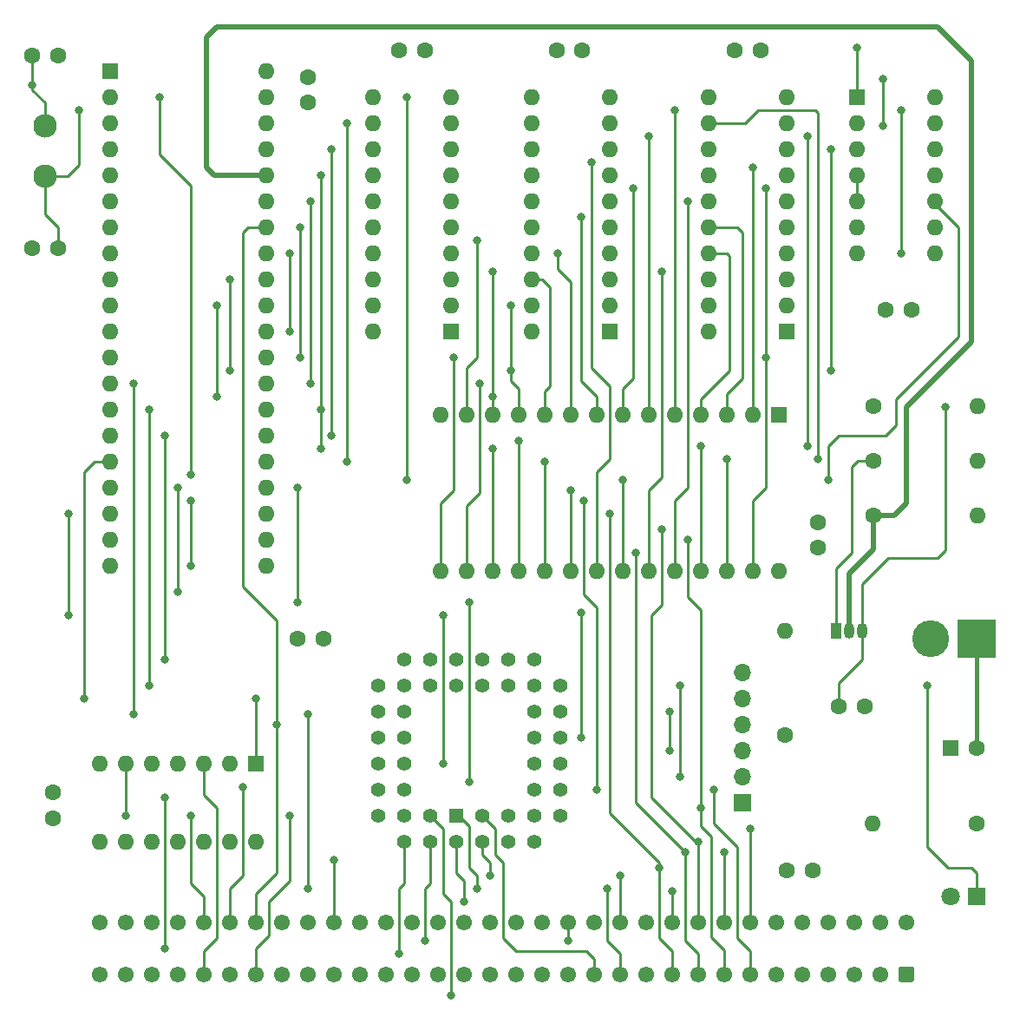
<source format=gbl>
G04 #@! TF.GenerationSoftware,KiCad,Pcbnew,(5.1.10)-1*
G04 #@! TF.CreationDate,2021-08-18T14:18:43+01:00*
G04 #@! TF.ProjectId,GfxTMS9918,47667854-4d53-4393-9931-382e6b696361,rev?*
G04 #@! TF.SameCoordinates,Original*
G04 #@! TF.FileFunction,Copper,L4,Bot*
G04 #@! TF.FilePolarity,Positive*
%FSLAX46Y46*%
G04 Gerber Fmt 4.6, Leading zero omitted, Abs format (unit mm)*
G04 Created by KiCad (PCBNEW (5.1.10)-1) date 2021-08-18 14:18:43*
%MOMM*%
%LPD*%
G01*
G04 APERTURE LIST*
G04 #@! TA.AperFunction,ComponentPad*
%ADD10C,2.300000*%
G04 #@! TD*
G04 #@! TA.AperFunction,ComponentPad*
%ADD11O,1.600000X1.600000*%
G04 #@! TD*
G04 #@! TA.AperFunction,ComponentPad*
%ADD12R,1.600000X1.600000*%
G04 #@! TD*
G04 #@! TA.AperFunction,ComponentPad*
%ADD13C,1.422400*%
G04 #@! TD*
G04 #@! TA.AperFunction,ComponentPad*
%ADD14R,1.422400X1.422400*%
G04 #@! TD*
G04 #@! TA.AperFunction,ComponentPad*
%ADD15C,1.600000*%
G04 #@! TD*
G04 #@! TA.AperFunction,ComponentPad*
%ADD16R,1.050000X1.500000*%
G04 #@! TD*
G04 #@! TA.AperFunction,ComponentPad*
%ADD17O,1.050000X1.500000*%
G04 #@! TD*
G04 #@! TA.AperFunction,ComponentPad*
%ADD18C,3.600000*%
G04 #@! TD*
G04 #@! TA.AperFunction,ComponentPad*
%ADD19R,3.765000X3.765000*%
G04 #@! TD*
G04 #@! TA.AperFunction,ComponentPad*
%ADD20O,1.700000X1.700000*%
G04 #@! TD*
G04 #@! TA.AperFunction,ComponentPad*
%ADD21R,1.700000X1.700000*%
G04 #@! TD*
G04 #@! TA.AperFunction,ComponentPad*
%ADD22C,1.550000*%
G04 #@! TD*
G04 #@! TA.AperFunction,ComponentPad*
%ADD23C,1.800000*%
G04 #@! TD*
G04 #@! TA.AperFunction,ComponentPad*
%ADD24R,1.800000X1.800000*%
G04 #@! TD*
G04 #@! TA.AperFunction,ViaPad*
%ADD25C,0.800000*%
G04 #@! TD*
G04 #@! TA.AperFunction,Conductor*
%ADD26C,0.250000*%
G04 #@! TD*
G04 #@! TA.AperFunction,Conductor*
%ADD27C,0.400000*%
G04 #@! TD*
G04 #@! TA.AperFunction,Conductor*
%ADD28C,0.500000*%
G04 #@! TD*
G04 APERTURE END LIST*
D10*
X105156000Y-56896000D03*
X105156000Y-61796000D03*
D11*
X176784000Y-100330000D03*
X143764000Y-85090000D03*
X174244000Y-100330000D03*
X146304000Y-85090000D03*
X171704000Y-100330000D03*
X148844000Y-85090000D03*
X169164000Y-100330000D03*
X151384000Y-85090000D03*
X166624000Y-100330000D03*
X153924000Y-85090000D03*
X164084000Y-100330000D03*
X156464000Y-85090000D03*
X161544000Y-100330000D03*
X159004000Y-85090000D03*
X159004000Y-100330000D03*
X161544000Y-85090000D03*
X156464000Y-100330000D03*
X164084000Y-85090000D03*
X153924000Y-100330000D03*
X166624000Y-85090000D03*
X151384000Y-100330000D03*
X169164000Y-85090000D03*
X148844000Y-100330000D03*
X171704000Y-85090000D03*
X146304000Y-100330000D03*
X174244000Y-85090000D03*
X143764000Y-100330000D03*
D12*
X176784000Y-85090000D03*
D11*
X137160000Y-76962000D03*
X144780000Y-54102000D03*
X137160000Y-74422000D03*
X144780000Y-56642000D03*
X137160000Y-71882000D03*
X144780000Y-59182000D03*
X137160000Y-69342000D03*
X144780000Y-61722000D03*
X137160000Y-66802000D03*
X144780000Y-64262000D03*
X137160000Y-64262000D03*
X144780000Y-66802000D03*
X137160000Y-61722000D03*
X144780000Y-69342000D03*
X137160000Y-59182000D03*
X144780000Y-71882000D03*
X137160000Y-56642000D03*
X144780000Y-74422000D03*
X137160000Y-54102000D03*
D12*
X144780000Y-76962000D03*
D11*
X169926000Y-76962000D03*
X177546000Y-54102000D03*
X169926000Y-74422000D03*
X177546000Y-56642000D03*
X169926000Y-71882000D03*
X177546000Y-59182000D03*
X169926000Y-69342000D03*
X177546000Y-61722000D03*
X169926000Y-66802000D03*
X177546000Y-64262000D03*
X169926000Y-64262000D03*
X177546000Y-66802000D03*
X169926000Y-61722000D03*
X177546000Y-69342000D03*
X169926000Y-59182000D03*
X177546000Y-71882000D03*
X169926000Y-56642000D03*
X177546000Y-74422000D03*
X169926000Y-54102000D03*
D12*
X177546000Y-76962000D03*
D11*
X152654000Y-76962000D03*
X160274000Y-54102000D03*
X152654000Y-74422000D03*
X160274000Y-56642000D03*
X152654000Y-71882000D03*
X160274000Y-59182000D03*
X152654000Y-69342000D03*
X160274000Y-61722000D03*
X152654000Y-66802000D03*
X160274000Y-64262000D03*
X152654000Y-64262000D03*
X160274000Y-66802000D03*
X152654000Y-61722000D03*
X160274000Y-69342000D03*
X152654000Y-59182000D03*
X160274000Y-71882000D03*
X152654000Y-56642000D03*
X160274000Y-74422000D03*
X152654000Y-54102000D03*
D12*
X160274000Y-76962000D03*
D11*
X126746000Y-51562000D03*
X111506000Y-99822000D03*
X126746000Y-54102000D03*
X111506000Y-97282000D03*
X126746000Y-56642000D03*
X111506000Y-94742000D03*
X126746000Y-59182000D03*
X111506000Y-92202000D03*
X126746000Y-61722000D03*
X111506000Y-89662000D03*
X126746000Y-64262000D03*
X111506000Y-87122000D03*
X126746000Y-66802000D03*
X111506000Y-84582000D03*
X126746000Y-69342000D03*
X111506000Y-82042000D03*
X126746000Y-71882000D03*
X111506000Y-79502000D03*
X126746000Y-74422000D03*
X111506000Y-76962000D03*
X126746000Y-76962000D03*
X111506000Y-74422000D03*
X126746000Y-79502000D03*
X111506000Y-71882000D03*
X126746000Y-82042000D03*
X111506000Y-69342000D03*
X126746000Y-84582000D03*
X111506000Y-66802000D03*
X126746000Y-87122000D03*
X111506000Y-64262000D03*
X126746000Y-89662000D03*
X111506000Y-61722000D03*
X126746000Y-92202000D03*
X111506000Y-59182000D03*
X126746000Y-94742000D03*
X111506000Y-56642000D03*
X126746000Y-97282000D03*
X111506000Y-54102000D03*
X126746000Y-99822000D03*
D12*
X111506000Y-51562000D03*
D11*
X192024000Y-54102000D03*
X184404000Y-69342000D03*
X192024000Y-56642000D03*
X184404000Y-66802000D03*
X192024000Y-59182000D03*
X184404000Y-64262000D03*
X192024000Y-61722000D03*
X184404000Y-61722000D03*
X192024000Y-64262000D03*
X184404000Y-59182000D03*
X192024000Y-66802000D03*
X184404000Y-56642000D03*
X192024000Y-69342000D03*
D12*
X184404000Y-54102000D03*
D13*
X137668000Y-124206000D03*
X137668000Y-121666000D03*
X137668000Y-119126000D03*
X137668000Y-116586000D03*
X137668000Y-114046000D03*
X140208000Y-126746000D03*
X140208000Y-121666000D03*
X140208000Y-119126000D03*
X140208000Y-116586000D03*
X140208000Y-114046000D03*
X140208000Y-111506000D03*
X140208000Y-108966000D03*
X142748000Y-108966000D03*
X145288000Y-108966000D03*
X147828000Y-108966000D03*
X150368000Y-108966000D03*
X152908000Y-108966000D03*
X137668000Y-111506000D03*
X142748000Y-111506000D03*
X145288000Y-111506000D03*
X147828000Y-111506000D03*
X150368000Y-111506000D03*
X152908000Y-111506000D03*
X155448000Y-111506000D03*
X155448000Y-114046000D03*
X155448000Y-116586000D03*
X155448000Y-119126000D03*
X155448000Y-121666000D03*
X155448000Y-124206000D03*
X152908000Y-114046000D03*
X152908000Y-116586000D03*
X152908000Y-119126000D03*
X152908000Y-121666000D03*
X152908000Y-124206000D03*
X142748000Y-126746000D03*
X145288000Y-126746000D03*
X152908000Y-126746000D03*
X150368000Y-126746000D03*
X147828000Y-126746000D03*
X140208000Y-124206000D03*
X142748000Y-124206000D03*
X150368000Y-124206000D03*
X147828000Y-124206000D03*
D14*
X145288000Y-124206000D03*
D11*
X125730000Y-126746000D03*
X110490000Y-119126000D03*
X123190000Y-126746000D03*
X113030000Y-119126000D03*
X120650000Y-126746000D03*
X115570000Y-119126000D03*
X118110000Y-126746000D03*
X118110000Y-119126000D03*
X115570000Y-126746000D03*
X120650000Y-119126000D03*
X113030000Y-126746000D03*
X123190000Y-119126000D03*
X110490000Y-126746000D03*
D12*
X125730000Y-119126000D03*
D11*
X177419000Y-106172000D03*
D15*
X177419000Y-116332000D03*
D11*
X196193000Y-89535000D03*
D15*
X186033000Y-89535000D03*
D11*
X196193000Y-94869000D03*
D15*
X186033000Y-94869000D03*
D11*
X185928000Y-124968000D03*
D15*
X196088000Y-124968000D03*
D16*
X182372000Y-106172000D03*
D17*
X184912000Y-106172000D03*
X183642000Y-106172000D03*
D18*
X191588000Y-106934000D03*
D19*
X196088000Y-106934000D03*
D20*
X173228000Y-110236000D03*
X173228000Y-112776000D03*
X173228000Y-115316000D03*
X173228000Y-117856000D03*
X173228000Y-120396000D03*
D21*
X173228000Y-122936000D03*
D22*
X110484000Y-134592000D03*
X113024000Y-134592000D03*
X115564000Y-134592000D03*
X118104000Y-134592000D03*
X120644000Y-134592000D03*
X123184000Y-134592000D03*
X125724000Y-134592000D03*
X128264000Y-134592000D03*
X130804000Y-134592000D03*
X133344000Y-134592000D03*
X135884000Y-134592000D03*
X138424000Y-134592000D03*
X140964000Y-134592000D03*
X143504000Y-134592000D03*
X146044000Y-134592000D03*
X148584000Y-134592000D03*
X151124000Y-134592000D03*
X153664000Y-134592000D03*
X156204000Y-134592000D03*
X158744000Y-134592000D03*
X161284000Y-134592000D03*
X163824000Y-134592000D03*
X166364000Y-134592000D03*
X168904000Y-134592000D03*
X171444000Y-134592000D03*
X173984000Y-134592000D03*
X176524000Y-134592000D03*
X179064000Y-134592000D03*
X181604000Y-134592000D03*
X184144000Y-134592000D03*
X186684000Y-134592000D03*
X189224000Y-134592000D03*
X110484000Y-139672000D03*
X113024000Y-139672000D03*
X115564000Y-139672000D03*
X118104000Y-139672000D03*
X120644000Y-139672000D03*
X123184000Y-139672000D03*
X125724000Y-139672000D03*
X128264000Y-139672000D03*
X130804000Y-139672000D03*
X133344000Y-139672000D03*
X135884000Y-139672000D03*
X138424000Y-139672000D03*
X140964000Y-139672000D03*
X143504000Y-139672000D03*
X146044000Y-139672000D03*
X148584000Y-139672000D03*
X151124000Y-139672000D03*
X153664000Y-139672000D03*
X156204000Y-139672000D03*
X158744000Y-139672000D03*
X161284000Y-139672000D03*
X163824000Y-139672000D03*
X166364000Y-139672000D03*
X168904000Y-139672000D03*
X171444000Y-139672000D03*
X173984000Y-139672000D03*
X176524000Y-139672000D03*
X179064000Y-139672000D03*
X181604000Y-139672000D03*
X184144000Y-139672000D03*
X186684000Y-139672000D03*
G04 #@! TA.AperFunction,ComponentPad*
G36*
G01*
X189999000Y-139146999D02*
X189999000Y-140197001D01*
G75*
G02*
X189749001Y-140447000I-249999J0D01*
G01*
X188698999Y-140447000D01*
G75*
G02*
X188449000Y-140197001I0J249999D01*
G01*
X188449000Y-139146999D01*
G75*
G02*
X188698999Y-138897000I249999J0D01*
G01*
X189749001Y-138897000D01*
G75*
G02*
X189999000Y-139146999I0J-249999D01*
G01*
G37*
G04 #@! TD.AperFunction*
D11*
X196215000Y-84201000D03*
D15*
X186055000Y-84201000D03*
D23*
X193548000Y-132080000D03*
D24*
X196088000Y-132080000D03*
D15*
X180594000Y-98044000D03*
X180594000Y-95544000D03*
X130810000Y-54610000D03*
X130810000Y-52110000D03*
X175006000Y-49530000D03*
X172506000Y-49530000D03*
X196048000Y-117602000D03*
D12*
X193548000Y-117602000D03*
D15*
X182666000Y-113538000D03*
X185166000Y-113538000D03*
X142240000Y-49530000D03*
X139740000Y-49530000D03*
X187198000Y-74803000D03*
X189698000Y-74803000D03*
X157607000Y-49530000D03*
X155107000Y-49530000D03*
X106426000Y-50038000D03*
X103926000Y-50038000D03*
X103926000Y-68834000D03*
X106426000Y-68834000D03*
X129834000Y-106934000D03*
X132334000Y-106934000D03*
X177586000Y-129540000D03*
X180086000Y-129540000D03*
X105918000Y-121920000D03*
X105918000Y-124420000D03*
D25*
X108458000Y-55372000D03*
X103926000Y-52872000D03*
X193040000Y-84328010D03*
X191262000Y-111506000D03*
X119380000Y-124206000D03*
X113030000Y-124206000D03*
X124460000Y-121412000D03*
X127762000Y-115316000D03*
X133350000Y-128524000D03*
X142240000Y-136398000D03*
X156210000Y-136398000D03*
X146050000Y-132588000D03*
X148590000Y-130048000D03*
X161290000Y-130048000D03*
X166370000Y-131572000D03*
X146558000Y-103378000D03*
X129794000Y-103378000D03*
X129794000Y-92202000D03*
X146558000Y-120904000D03*
X168910000Y-126746000D03*
X165354000Y-96266000D03*
X171450000Y-127762000D03*
X159004000Y-121666000D03*
X157734000Y-93472000D03*
X119380000Y-93472000D03*
X119380000Y-99822000D03*
X173990000Y-125476000D03*
X144018000Y-104648000D03*
X107442000Y-104648000D03*
X107442000Y-94742000D03*
X144018000Y-119126000D03*
X116840000Y-122428000D03*
X116840000Y-137160000D03*
X129032000Y-124206000D03*
X139700000Y-137668000D03*
X144780000Y-141732000D03*
X147320000Y-131318000D03*
X160020000Y-131318000D03*
X130810000Y-131318000D03*
X130810000Y-114300000D03*
X113792000Y-82042000D03*
X113792000Y-114300000D03*
X165100000Y-129286000D03*
X160274000Y-94742000D03*
X167640000Y-127762000D03*
X162814000Y-98552000D03*
X169164000Y-123444000D03*
X167894000Y-97282000D03*
X170434000Y-121666000D03*
X157480000Y-116586000D03*
X118110000Y-102362000D03*
X118110000Y-92202000D03*
X157480000Y-104394000D03*
X166116000Y-114046000D03*
X166116000Y-117856000D03*
X167132000Y-111506000D03*
X167132000Y-120396000D03*
X108966000Y-112776000D03*
X125730000Y-112776000D03*
X116840000Y-108966000D03*
X116840000Y-87122000D03*
X115316000Y-111506000D03*
X115316000Y-84582000D03*
X175514000Y-79502000D03*
X175514000Y-62992000D03*
X161544000Y-91440000D03*
X140462000Y-91440000D03*
X140462000Y-54102000D03*
X181610000Y-91440000D03*
X156464000Y-92456000D03*
X119380000Y-90932000D03*
X116332000Y-54102000D03*
X181864000Y-80772000D03*
X181864000Y-59182000D03*
X186944000Y-52324000D03*
X186944000Y-56896000D03*
X188722000Y-55372000D03*
X188722012Y-69342000D03*
X184404000Y-49276000D03*
X150622000Y-74422000D03*
X123190000Y-71882000D03*
X123190000Y-80772000D03*
X150622000Y-80772010D03*
X148844000Y-71120000D03*
X121920000Y-74422000D03*
X121920000Y-83312000D03*
X148844000Y-83312000D03*
X147320000Y-68072000D03*
X129032000Y-76962000D03*
X129032000Y-69342000D03*
X130048000Y-79502000D03*
X130048000Y-66802000D03*
X145034000Y-79502000D03*
X131064000Y-82042000D03*
X131064000Y-64262000D03*
X147574000Y-82042000D03*
X132080000Y-84582000D03*
X132080000Y-61722000D03*
X132080000Y-88392000D03*
X148844000Y-88392000D03*
X133096000Y-87122000D03*
X133096000Y-59182000D03*
X151384000Y-87630000D03*
X153924000Y-89662000D03*
X134620000Y-56642000D03*
X134620000Y-89662000D03*
X155194000Y-69342000D03*
X157480000Y-65786000D03*
X162560000Y-62992000D03*
X158496000Y-60452000D03*
X164084000Y-57912000D03*
X166624000Y-55372000D03*
X165354000Y-71120000D03*
X167894000Y-64262000D03*
X174244000Y-60960000D03*
X179578000Y-57912000D03*
X179578000Y-88138000D03*
X169164000Y-88138000D03*
X180594000Y-89408000D03*
X171704000Y-89408000D03*
D26*
X108458000Y-55372000D02*
X108458000Y-60706000D01*
X107368000Y-61796000D02*
X105156000Y-61796000D01*
X108458000Y-60706000D02*
X107368000Y-61796000D01*
X106426000Y-68834000D02*
X106426000Y-66802000D01*
X105156000Y-65532000D02*
X105156000Y-61796000D01*
X106426000Y-66802000D02*
X105156000Y-65532000D01*
X105156000Y-56896000D02*
X105156000Y-54610000D01*
X105156000Y-54610000D02*
X103926000Y-53380000D01*
X103926000Y-52872000D02*
X103926000Y-50038000D01*
X103926000Y-53380000D02*
X103926000Y-52872000D01*
X184912000Y-106172000D02*
X184912000Y-101600000D01*
X184912000Y-101600000D02*
X187452000Y-99060000D01*
X187452000Y-99060000D02*
X192278000Y-99060000D01*
X193040000Y-98298000D02*
X193040000Y-97790000D01*
X192278000Y-99060000D02*
X193040000Y-98298000D01*
X193040000Y-97790000D02*
X193040000Y-84328010D01*
X193040000Y-98044000D02*
X193040000Y-97790000D01*
X184912000Y-106172000D02*
X184912000Y-108966000D01*
X182666000Y-111212000D02*
X182666000Y-113538000D01*
X184912000Y-108966000D02*
X182666000Y-111212000D01*
X196048000Y-106974000D02*
X196088000Y-106934000D01*
D27*
X196048000Y-117602000D02*
X196048000Y-106974000D01*
D26*
X191262000Y-111506000D02*
X191262000Y-127254000D01*
X191262000Y-127254000D02*
X193294000Y-129286000D01*
X193294000Y-129286000D02*
X195580000Y-129286000D01*
X196088000Y-129794000D02*
X196088000Y-132080000D01*
X195580000Y-129286000D02*
X196088000Y-129794000D01*
X120644000Y-134592000D02*
X120644000Y-132074000D01*
X119380000Y-130810000D02*
X119380000Y-124206000D01*
X120644000Y-132074000D02*
X119380000Y-130810000D01*
X113030000Y-124206000D02*
X113030000Y-119126000D01*
X123184000Y-134592000D02*
X123184000Y-131324000D01*
X124460000Y-130048000D02*
X124460000Y-121412000D01*
X123184000Y-131324000D02*
X124460000Y-130048000D01*
X125724000Y-131832000D02*
X125724000Y-134592000D01*
X127762000Y-129794000D02*
X125724000Y-131832000D01*
X127762000Y-115316000D02*
X127762000Y-117348000D01*
X127762000Y-117348000D02*
X127762000Y-129794000D01*
X124968000Y-66802000D02*
X126746000Y-66802000D01*
X124460000Y-67310000D02*
X124968000Y-66802000D01*
X124460000Y-101854000D02*
X124460000Y-67310000D01*
X127762000Y-105156000D02*
X124460000Y-101854000D01*
X127762000Y-117348000D02*
X127762000Y-105156000D01*
X133350000Y-134586000D02*
X133344000Y-134592000D01*
X133350000Y-128524000D02*
X133350000Y-134586000D01*
X142748000Y-126746000D02*
X142748000Y-130810000D01*
X142240000Y-131318000D02*
X142240000Y-136398000D01*
X142748000Y-130810000D02*
X142240000Y-131318000D01*
X156210000Y-134598000D02*
X156204000Y-134592000D01*
X156210000Y-136398000D02*
X156210000Y-134598000D01*
X145288000Y-126746000D02*
X145288000Y-129794000D01*
X146050000Y-130556000D02*
X146050000Y-132588000D01*
X145288000Y-129794000D02*
X146050000Y-130556000D01*
X147828000Y-126746000D02*
X147828000Y-128016000D01*
X148590000Y-128778000D02*
X148590000Y-130048000D01*
X147828000Y-128016000D02*
X148590000Y-128778000D01*
X161290000Y-134586000D02*
X161284000Y-134592000D01*
X161290000Y-130048000D02*
X161290000Y-134586000D01*
X166370000Y-134586000D02*
X166364000Y-134592000D01*
X129794000Y-103378000D02*
X129794000Y-92202000D01*
X166370000Y-131572000D02*
X166370000Y-132334000D01*
X166370000Y-132334000D02*
X166370000Y-134586000D01*
X146558000Y-120904000D02*
X146558000Y-119380000D01*
X146558000Y-103378000D02*
X146558000Y-119380000D01*
X168910000Y-134586000D02*
X168904000Y-134592000D01*
X168910000Y-128778000D02*
X168910000Y-127000000D01*
X168910000Y-126746000D02*
X168910000Y-128778000D01*
X168910000Y-128778000D02*
X168910000Y-134586000D01*
X168910000Y-127000000D02*
X164338000Y-122428000D01*
X164338000Y-122428000D02*
X164338000Y-104648000D01*
X165354000Y-103632000D02*
X165354000Y-96266000D01*
X164338000Y-104648000D02*
X165354000Y-103632000D01*
X171450000Y-134586000D02*
X171444000Y-134592000D01*
X171450000Y-127762000D02*
X171450000Y-134586000D01*
X119380000Y-93472000D02*
X119380000Y-99822000D01*
X157734000Y-102616000D02*
X157734000Y-93472000D01*
X159004000Y-103886000D02*
X157734000Y-102616000D01*
X159004000Y-121666000D02*
X159004000Y-103886000D01*
X173990000Y-134586000D02*
X173984000Y-134592000D01*
X173990000Y-125476000D02*
X173990000Y-134586000D01*
X107442000Y-104648000D02*
X107442000Y-94742000D01*
X144018000Y-104648000D02*
X144018000Y-119126000D01*
X120644000Y-137420000D02*
X120644000Y-139672000D01*
X121920000Y-136144000D02*
X120644000Y-137420000D01*
X121920000Y-123444000D02*
X121920000Y-136144000D01*
X120650000Y-122174000D02*
X121920000Y-123444000D01*
X120650000Y-119126000D02*
X120650000Y-122174000D01*
X116840000Y-122428000D02*
X116840000Y-137160000D01*
X125724000Y-137166000D02*
X125724000Y-139672000D01*
X127000000Y-135890000D02*
X125724000Y-137166000D01*
X129032000Y-130556000D02*
X127000000Y-132588000D01*
X127000000Y-132588000D02*
X127000000Y-135890000D01*
X129032000Y-124206000D02*
X129032000Y-130556000D01*
X140208000Y-126746000D02*
X140208000Y-130810000D01*
X139700000Y-131318000D02*
X139700000Y-137668000D01*
X140208000Y-130810000D02*
X139700000Y-131318000D01*
X142748000Y-124206000D02*
X144018000Y-125476000D01*
X144018000Y-125476000D02*
X144018000Y-131826000D01*
X144780000Y-132588000D02*
X144780000Y-141732000D01*
X144018000Y-131826000D02*
X144780000Y-132588000D01*
X147828000Y-124206000D02*
X149098000Y-125476000D01*
X149098000Y-125476000D02*
X149098000Y-128016000D01*
X149098000Y-128016000D02*
X149860000Y-128778000D01*
X149860000Y-128778000D02*
X149860000Y-136144000D01*
X149860000Y-136144000D02*
X151130000Y-137414000D01*
X151130000Y-137414000D02*
X157988000Y-137414000D01*
X158744000Y-138170000D02*
X158744000Y-139672000D01*
X157988000Y-137414000D02*
X158744000Y-138170000D01*
X145288000Y-124206000D02*
X145542000Y-124206000D01*
X145542000Y-124206000D02*
X146558000Y-125222000D01*
X146558000Y-125222000D02*
X146558000Y-129286000D01*
X147320000Y-130048000D02*
X147320000Y-131318000D01*
X146558000Y-129286000D02*
X147320000Y-130048000D01*
X161284000Y-137662000D02*
X160020000Y-136398000D01*
X160020000Y-136398000D02*
X160020000Y-131318000D01*
X161284000Y-139672000D02*
X161284000Y-137662000D01*
X130810000Y-131318000D02*
X130810000Y-114300000D01*
X113792000Y-82042000D02*
X113792000Y-114300000D01*
X166364000Y-137408000D02*
X166364000Y-139672000D01*
X165100000Y-136144000D02*
X166364000Y-137408000D01*
X165100000Y-130302000D02*
X165100000Y-128778000D01*
X165100000Y-129286000D02*
X165100000Y-130302000D01*
X165100000Y-130302000D02*
X165100000Y-136144000D01*
X165100000Y-128778000D02*
X160274000Y-123952000D01*
X160274000Y-123952000D02*
X160274000Y-94742000D01*
X168904000Y-137662000D02*
X167640000Y-136398000D01*
X168904000Y-139672000D02*
X168904000Y-137662000D01*
X167640000Y-136398000D02*
X167640000Y-129032000D01*
X167640000Y-129032000D02*
X167640000Y-127762000D01*
X162814000Y-122936000D02*
X162814000Y-98552000D01*
X167640000Y-127762000D02*
X162814000Y-122936000D01*
X171444000Y-137322001D02*
X171444000Y-139672000D01*
X170180000Y-136058001D02*
X171444000Y-137322001D01*
X170180000Y-129032000D02*
X170180000Y-126238000D01*
X170180000Y-129032000D02*
X170180000Y-136058001D01*
X170180000Y-126238000D02*
X169164000Y-125222000D01*
X169164000Y-124206000D02*
X169164000Y-104140000D01*
X169164000Y-125222000D02*
X169164000Y-124206000D01*
X169164000Y-124206000D02*
X169164000Y-123444000D01*
X167894000Y-102870000D02*
X167894000Y-97282000D01*
X169164000Y-104140000D02*
X167894000Y-102870000D01*
X172720000Y-136144000D02*
X172720000Y-127254000D01*
X173984000Y-137408000D02*
X172720000Y-136144000D01*
X173984000Y-139672000D02*
X173984000Y-137408000D01*
X172720000Y-127254000D02*
X171450000Y-125984000D01*
X170434000Y-124968000D02*
X170434000Y-121666000D01*
X171450000Y-125984000D02*
X170434000Y-124968000D01*
X118110000Y-102362000D02*
X118110000Y-92202000D01*
X157480000Y-116586000D02*
X157480000Y-104394000D01*
X166116000Y-114046000D02*
X166116000Y-117856000D01*
X167132000Y-111506000D02*
X167132000Y-120396000D01*
X182372000Y-106172000D02*
X182372000Y-100076000D01*
X182372000Y-100076000D02*
X183896000Y-98552000D01*
X183896000Y-98552000D02*
X183896000Y-90170000D01*
X184531000Y-89535000D02*
X186033000Y-89535000D01*
X183896000Y-90170000D02*
X184531000Y-89535000D01*
D28*
X183642000Y-106172000D02*
X183642000Y-100584000D01*
X186033000Y-98193000D02*
X186033000Y-94869000D01*
X183642000Y-100584000D02*
X186033000Y-98193000D01*
X188087000Y-94869000D02*
X186033000Y-94869000D01*
X189230000Y-93726000D02*
X188087000Y-94869000D01*
X195580000Y-77978000D02*
X189230000Y-84328000D01*
X195580000Y-50546000D02*
X195580000Y-77978000D01*
X189230000Y-84328000D02*
X189230000Y-93726000D01*
X192278000Y-47244000D02*
X195580000Y-50546000D01*
X121920000Y-47244000D02*
X192278000Y-47244000D01*
X120904000Y-48260000D02*
X121920000Y-47244000D01*
X120904000Y-60960000D02*
X120904000Y-48260000D01*
X121666000Y-61722000D02*
X120904000Y-60960000D01*
X126746000Y-61722000D02*
X121666000Y-61722000D01*
D26*
X111506000Y-89662000D02*
X109982000Y-89662000D01*
X109982000Y-89662000D02*
X108966000Y-90678000D01*
X108966000Y-90678000D02*
X108966000Y-112776000D01*
X125730000Y-112776000D02*
X125730000Y-119126000D01*
X116840000Y-108966000D02*
X116840000Y-87122000D01*
X115316000Y-111506000D02*
X115316000Y-84582000D01*
X184404000Y-61976000D02*
X184404000Y-64516000D01*
X174244000Y-93472000D02*
X174244000Y-100330000D01*
X175514000Y-92202000D02*
X174244000Y-93472000D01*
X175514000Y-81026000D02*
X175514000Y-62992000D01*
X175514000Y-79502000D02*
X175514000Y-81026000D01*
X175514000Y-81026000D02*
X175514000Y-92202000D01*
X161544000Y-100330000D02*
X161544000Y-91440000D01*
X140462000Y-91440000D02*
X140462000Y-54102000D01*
X181610000Y-90678000D02*
X181610000Y-91440000D01*
X182626000Y-87122000D02*
X181610000Y-88138000D01*
X187198000Y-87122000D02*
X182626000Y-87122000D01*
X188214000Y-86106000D02*
X187198000Y-87122000D01*
X188214000Y-83566000D02*
X188214000Y-86106000D01*
X194310000Y-77470000D02*
X188214000Y-83566000D01*
X194310000Y-66802000D02*
X194310000Y-77470000D01*
X181610000Y-88138000D02*
X181610000Y-90678000D01*
X192024000Y-64516000D02*
X194310000Y-66802000D01*
X156464000Y-100330000D02*
X156464000Y-92456000D01*
X119380000Y-90932000D02*
X119380000Y-62738000D01*
X116332000Y-59690000D02*
X116332000Y-54102000D01*
X119380000Y-62738000D02*
X116332000Y-59690000D01*
X181864000Y-80772000D02*
X181864000Y-59182000D01*
X186944000Y-52324000D02*
X186944000Y-56896000D01*
X188722000Y-69341988D02*
X188722012Y-69342000D01*
X188722000Y-55372000D02*
X188722000Y-69341988D01*
X184404000Y-49276000D02*
X184404000Y-54356000D01*
X123190000Y-71882000D02*
X123190000Y-80772000D01*
X150622000Y-74422000D02*
X150622000Y-80772010D01*
X150622000Y-81788005D02*
X150622000Y-80772010D01*
X151384000Y-82550005D02*
X150622000Y-81788005D01*
X151384000Y-85090000D02*
X151384000Y-82550005D01*
X121920000Y-74422000D02*
X121920000Y-83312000D01*
X148844000Y-83312000D02*
X148844000Y-71120000D01*
X148844000Y-85090000D02*
X148844000Y-83312000D01*
X129032000Y-76962000D02*
X129032000Y-69342000D01*
X147320000Y-79502000D02*
X147320000Y-68072000D01*
X146304000Y-80518000D02*
X147320000Y-79502000D01*
X146304000Y-85090000D02*
X146304000Y-80518000D01*
X130048000Y-79502000D02*
X130048000Y-66802000D01*
X143764000Y-93726000D02*
X145034000Y-92456000D01*
X143764000Y-100330000D02*
X143764000Y-93726000D01*
X145034000Y-79502000D02*
X145034000Y-81026000D01*
X145034000Y-92456000D02*
X145034000Y-81026000D01*
X131064000Y-82042000D02*
X131064000Y-64262000D01*
X147574000Y-82804000D02*
X147574000Y-82042000D01*
X147574000Y-92710000D02*
X147574000Y-82804000D01*
X146304000Y-93980000D02*
X147574000Y-92710000D01*
X146304000Y-100330000D02*
X146304000Y-93980000D01*
X132080000Y-84582000D02*
X132080000Y-83820000D01*
X132080000Y-83820000D02*
X132080000Y-88392000D01*
X132080000Y-83820000D02*
X132080000Y-61722000D01*
X148844000Y-88392000D02*
X148844000Y-100330000D01*
X133096000Y-87122000D02*
X133096000Y-59182000D01*
X151384000Y-87630000D02*
X151384000Y-100330000D01*
X153924000Y-89662000D02*
X153924000Y-100330000D01*
X134620000Y-56642000D02*
X134620000Y-89662000D01*
X153924000Y-85090000D02*
X153924000Y-82804000D01*
X153924000Y-82804000D02*
X154432000Y-82296000D01*
X154432000Y-82296000D02*
X154432000Y-72644000D01*
X153670000Y-71882000D02*
X152654000Y-71882000D01*
X154432000Y-72644000D02*
X153670000Y-71882000D01*
X156464000Y-85090000D02*
X156464000Y-72136000D01*
X155194000Y-70866000D02*
X155194000Y-69342000D01*
X156464000Y-72136000D02*
X155194000Y-70866000D01*
X159004000Y-85090000D02*
X159004000Y-83312000D01*
X159004000Y-83312000D02*
X157480000Y-81788000D01*
X157480000Y-81788000D02*
X157480000Y-65786000D01*
X161544000Y-85090000D02*
X161544000Y-82550000D01*
X162560000Y-81534000D02*
X162560000Y-62992000D01*
X161544000Y-82550000D02*
X162560000Y-81534000D01*
X159004000Y-100330000D02*
X159004000Y-90678000D01*
X159004000Y-90678000D02*
X160274000Y-89408000D01*
X160274000Y-89408000D02*
X160274000Y-82296000D01*
X160274000Y-82296000D02*
X158496000Y-80518000D01*
X158496000Y-80518000D02*
X158496000Y-60452000D01*
X164084000Y-85090000D02*
X164084000Y-57912000D01*
X166624000Y-85090000D02*
X166624000Y-55372000D01*
X164084000Y-100330000D02*
X164084000Y-92456000D01*
X164084000Y-92456000D02*
X165354000Y-91186000D01*
X165354000Y-91186000D02*
X165354000Y-71120000D01*
X169164000Y-85090000D02*
X169164000Y-83566000D01*
X169164000Y-83566000D02*
X171958000Y-80772000D01*
X171958000Y-80772000D02*
X171958000Y-69596000D01*
X171704000Y-69342000D02*
X169926000Y-69342000D01*
X171958000Y-69596000D02*
X171704000Y-69342000D01*
X171704000Y-83058000D02*
X171704000Y-85090000D01*
X173228000Y-81534000D02*
X171704000Y-83058000D01*
X173228000Y-67310000D02*
X173228000Y-81534000D01*
X172720000Y-66802000D02*
X173228000Y-67310000D01*
X169926000Y-66802000D02*
X172720000Y-66802000D01*
X166624000Y-100330000D02*
X166624000Y-93472000D01*
X166624000Y-93472000D02*
X167894000Y-92202000D01*
X167894000Y-92202000D02*
X167894000Y-64262000D01*
X174244000Y-85090000D02*
X174244000Y-60960000D01*
X179578000Y-57912000D02*
X179578000Y-88138000D01*
X169164000Y-88138000D02*
X169164000Y-100330000D01*
X169926000Y-56642000D02*
X173482000Y-56642000D01*
X173482000Y-56642000D02*
X174752000Y-55372000D01*
X174752000Y-55372000D02*
X180340000Y-55372000D01*
X180594000Y-55626000D02*
X180594000Y-89408000D01*
X180340000Y-55372000D02*
X180594000Y-55626000D01*
X171704000Y-89408000D02*
X171704000Y-100330000D01*
M02*

</source>
